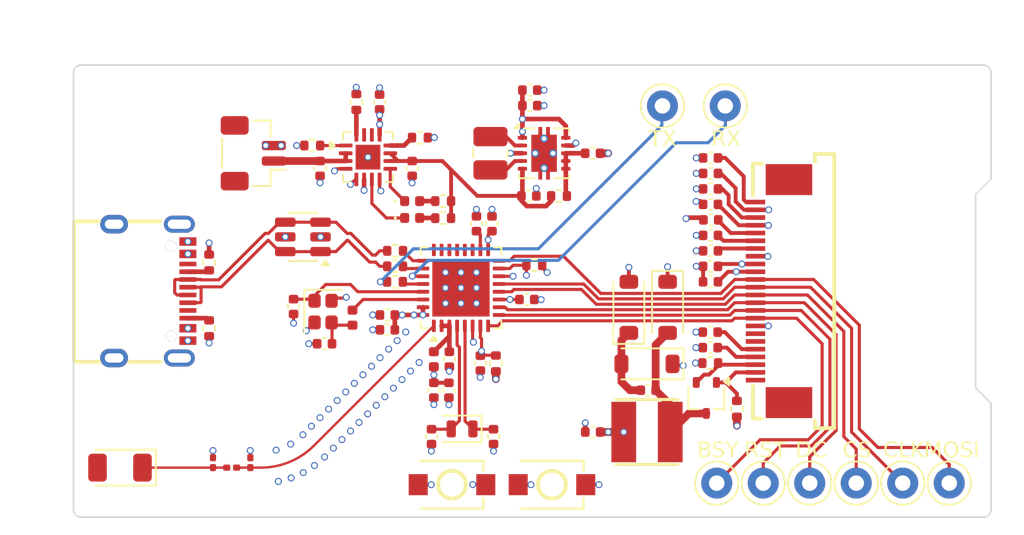
<source format=kicad_pcb>
(kicad_pcb (version 20241229) (generator "pcbnew") (generator_version "9.0")
  (layers (0 "F.Cu" signal) (4 "In1.Cu" signal) (6 "In2.Cu" signal) (2 "B.Cu" signal) (13 "F.Paste" user) (15 "B.Paste" user) (5 "F.SilkS" user "F.Silkscreen") (7 "B.SilkS" user "B.Silkscreen") (1 "F.Mask" user) (3 "B.Mask" user) (25 "Edge.Cuts" user))
  (net 0 "")
  (net 1 "/ANT")
  (net 2 "GND")
  (net 3 "+3V3")
  (net 4 "Net-(C2-Pad1)")
  (net 5 "/VDD_SPI")
  (net 6 "/CHIP_EN")
  (net 7 "Net-(C10-Pad1)")
  (net 8 "/XTAL_N")
  (net 9 "/XTAL32_P")
  (net 10 "/XTAL32_N")
  (net 11 "/LNA_IN")
  (net 12 "Net-(U2-EN)")
  (net 13 "VBUS")
  (net 14 "Net-(J1-Pin_4)")
  (net 15 "Net-(J1-Pin_5)")
  (net 16 "Net-(J1-Pin_18)")
  (net 17 "Net-(J1-Pin_19)")
  (net 18 "Net-(J1-Pin_20)")
  (net 19 "/VGH")
  (net 20 "Net-(J1-Pin_22)")
  (net 21 "/VGL")
  (net 22 "Net-(J1-Pin_24)")
  (net 23 "Net-(D1-A)")
  (net 24 "Net-(D2-K)")
  (net 25 "/RESE")
  (net 31 "/GDR")
  (net 32 "/XTAL_P")
  (net 33 "Net-(U2-L2)")
  (net 34 "Net-(U2-L1)")
  (net 35 "/UART_TX")
  (net 36 "Net-(U1-U0TXD)")
  (net 37 "/BOOT")
  (net 38 "/USB_D+")
  (net 39 "Net-(U1-GPIO19)")
  (net 40 "/USB_D-")
  (net 41 "Net-(U1-GPIO18)")
  (net 42 "Net-(USB1-CC1)")
  (net 43 "Net-(USB1-CC2)")
  (net 46 "/UART_RX")
  (net 53 "/E_SCLK")
  (net 54 "/E_MOSI")
  (net 55 "/E_DC")
  (net 56 "/E_RESET")
  (net 57 "/E_BUSY")
  (net 58 "/E_CS")
  (net 59 "BAT_OUT")
  (net 60 "Net-(J2-Pin_1)")
  (net 61 "Net-(D4-K)")
  (net 62 "Net-(D4-A)")
  (net 63 "Net-(D5-K)")
  (net 64 "Net-(D5-A)")
  (net 65 "Net-(U5-TS)")
  (net 66 "Net-(U5-ISET)")
  (net 67 "Net-(U5-ILIM)")
  (footprint "Resistor_SMD:R_0402_1005Metric" (layer "F.Cu") (at 141.65 47.7125 -90)
    (property "Reference" "R14" (hide yes))
    (property "Value" "1.78K")
  )
  (footprint "TestPoint:TestPoint_Keystone_5000-5004_Miniature" (layer "F.Cu") (at 173.9 72.325)
    (property "Reference" "TP5" (hide yes))
    (property "Value" "TestPoint")
  )
  (footprint "Resistor_SMD:R_0402_1005Metric" (layer "F.Cu") (at 144.15 57.325)
    (property "Reference" "R5" (hide yes))
    (property "Value" "22")
  )
  (footprint "TestPoint:TestPoint_Keystone_5000-5004_Miniature" (layer "F.Cu") (at 179.9 72.325)
    (property "Reference" "TP8" (hide yes))
    (property "Value" "TestPoint")
  )
  (footprint "Package_TO_SOT_SMD:SOT-23-6" (layer "F.Cu") (at 138.2 56.425 180)
    (property "Reference" "U3" (hide yes))
    (property "Value" "USBLC6-2SC6")
  )
  (footprint "Resistor_SMD:R_0402_1005Metric" (layer "F.Cu") (at 153.13 58.255 180)
    (property "Reference" "R3" (hide yes))
    (property "Value" "10K")
  )
  (footprint "TestPoint:TestPoint_Keystone_5000-5004_Miniature" (layer "F.Cu") (at 164.9 72.325)
    (property "Reference" "TP7" (hide yes))
    (property "Value" "TestPoint")
  )
  (footprint "Capacitor_SMD:C_0201_0603Metric" (layer "F.Cu") (at 132.4 71.005 90)
    (property "Reference" "C15" (hide yes))
    (property "Value" "1.2pF")
  )
  (footprint "TestPoint:TestPoint_Keystone_5000-5004_Miniature" (layer "F.Cu") (at 176.9 72.325)
    (property "Reference" "TP6" (hide yes))
    (property "Value" "TestPoint")
  )
  (footprint "Capacitor_SMD:C_0402_1005Metric" (layer "F.Cu") (at 160.48 66.325)
    (property "Reference" "C32" (hide yes))
    (property "Value" "4.7uF")
  )
  (footprint "Capacitor_SMD:C_0402_1005Metric" (layer "F.Cu") (at 164.48 62.575)
    (property "Reference" "C21" (hide yes))
    (property "Value" "1uF")
  )
  (footprint "Diode_SMD:D_SOD-123" (layer "F.Cu") (at 159.23 60.975 90)
    (property "Reference" "D2" (hide yes))
    (property "Value" "MBR0530")
  )
  (footprint "Resistor_SMD:R_0402_1005Metric" (layer "F.Cu") (at 147.25 54.1125 180)
    (property "Reference" "R12" (hide yes))
    (property "Value" "1.5K")
  )
  (footprint "Resistor_SMD:R_0402_1005Metric" (layer "F.Cu") (at 144.14 59.325)
    (property "Reference" "R2" (hide yes))
    (property "Value" "499")
  )
  (footprint "TestPoint:TestPoint_Keystone_5000-5004_Miniature" (layer "F.Cu") (at 170.9 72.325)
    (property "Reference" "TP4" (hide yes))
    (property "Value" "TestPoint")
  )
  (footprint "Capacitor_SMD:C_0402_1005Metric" (layer "F.Cu") (at 150.5 69.325 -90)
    (property "Reference" "C13" (hide yes))
    (property "Value" "10pF")
  )
  (footprint "Resistor_SMD:R_0402_1005Metric" (layer "F.Cu") (at 164.48 64.575)
    (property "Reference" "R11" (hide yes))
    (property "Value" "0.47")
  )
  (footprint "Capacitor_SMD:C_0402_1005Metric" (layer "F.Cu") (at 146.65 66.325 -90)
    (property "Reference" "C4" (hide yes))
    (property "Value" "10uF")
  )
  (footprint "easyeda2kicad:IND-SMD_L4.0-W4.0_FNR40XXS" (layer "F.Cu") (at 160.4 69.025)
    (property "Reference" "L5" (hide yes))
    (property "Value" "10uH")
  )
  (footprint "Capacitor_SMD:C_0402_1005Metric" (layer "F.Cu") (at 145.25 52.005 -90)
    (property "Reference" "C35" (hide yes))
    (property "Value" "10uF")
  )
  (footprint "Capacitor_SMD:C_0402_1005Metric" (layer "F.Cu") (at 164.5 53.325)
    (property "Reference" "C26" (hide yes))
    (property "Value" "1uF")
  )
  (footprint "Capacitor_SMD:C_0402_1005Metric" (layer "F.Cu") (at 146.5 69.325 -90)
    (property "Reference" "C12" (hide yes))
    (property "Value" "10pF")
  )
  (footprint "Capacitor_SMD:C_0402_1005Metric" (layer "F.Cu") (at 147.65 64.325 -90)
    (property "Reference" "C2" (hide yes))
    (property "Value" "1uF")
  )
  (footprint "easyeda2kicad:SW-SMD_L3.9-W3.0-P4.45" (layer "F.Cu") (at 154.27 72.425 180)
    (property "Reference" "SW2" (hide yes))
    (property "Value" "SW_Push")
  )
  (footprint "MountingHole:MountingHole_2.2mm_M2" (layer "F.Cu") (at 179.6 48.325)
    (property "Reference" "H2" (hide yes))
    (property "Value" "MountingHole")
  )
  (footprint "easyeda2kicad:FPC-SMD_24P-P0.50_05B20U24P" (layer "F.Cu") (at 168.48 59.925 90)
    (property "Reference" "J1" (hide yes))
    (property "Value" "Conn_01x26")
  )
  (footprint "TestPoint:TestPoint_Keystone_5000-5004_Miniature" (layer "F.Cu") (at 165.449999 47.965 90)
    (property "Reference" "TP2" (hide yes))
    (property "Value" "TestPoint")
  )
  (footprint "Capacitor_SMD:C_0402_1005Metric" (layer "F.Cu") (at 143.65 62.425 180)
    (property "Reference" "C7" (hide yes))
    (property "Value" "1uF")
  )
  (footprint "Capacitor_SMD:C_0402_1005Metric" (layer "F.Cu") (at 143.65 61.467499 180)
    (property "Reference" "C6" (hide yes))
    (property "Value" "10nF")
  )
  (footprint "Capacitor_SMD:C_0402_1005Metric" (layer "F.Cu") (at 137.6 60.925 -90)
    (property "Reference" "C11" (hide yes))
    (property "Value" "17pF")
  )
  (footprint "Capacitor_SMD:C_0402_1005Metric" (layer "F.Cu") (at 164.52 55.325)
    (property "Reference" "C24" (hide yes))
    (property "Value" "1uF")
  )
  (footprint "Resistor_SMD:R_0402_1005Metric" (layer "F.Cu") (at 150.65 64.595 90)
    (property "Reference" "R1" (hide yes))
    (property "Value" "10K")
  )
  (footprint "Crystal:Crystal_SMD_2012-2Pin_2.0x1.2mm" (layer "F.Cu") (at 148.469999 68.825 180)
    (property "Reference" "Y2" (hide yes))
    (property "Value" "32.768 kHz")
  )
  (footprint "Diode_SMD:D_SOD-123" (layer "F.Cu") (at 161.73 60.975 -90)
    (property "Reference" "D1" (hide yes))
    (property "Value" "MBR0530")
  )
  (footprint "Resistor_SMD:R_0402_1005Metric" (layer "F.Cu") (at 132.15 62.325 90)
    (property "Reference" "R7" (hide yes))
    (property "Value" "5.1k")
  )
  (footprint "Capacitor_SMD:C_0402_1005Metric" (layer "F.Cu") (at 152.8425 47.945)
    (property "Reference" "C19" (hide yes))
    (property "Value" "10uF")
  )
  (footprint "Crystal:Crystal_SMD_2016-4Pin_2.0x1.6mm" (layer "F.Cu") (at 139.5 61.25 -90)
    (property "Reference" "Y1" (hide yes))
    (property "Value" "40Mhz")
  )
  (footprint "Capacitor_SMD:C_0402_1005Metric" (layer "F.Cu") (at 152.780001 53.775)
    (property "Reference" "C17" (hide yes))
    (property "Value" "10uF")
  )
  (footprint "Capacitor_SMD:C_0402_1005Metric" (layer "F.Cu") (at 143.15 47.7125 90)
    (property "Reference" "C33" (hide yes))
    (property "Value" "10uF")
  )
  (footprint "Inductor_SMD:L_0201_0603Metric" (layer "F.Cu") (at 133.605 71.325 180)
    (property "Reference" "L3" (hide yes))
    (property "Value" "2.4nH")
  )
  (footprint "Package_DFN_QFN:QFN-32-1EP_5x5mm_P0.5mm_EP3.7x3.7mm" (layer "F.Cu") (at 148.4 59.7175 90)
    (property "Reference" "U1" (hide yes))
    (property "Value" "ESP32-C3")
  )
  (footprint "Capacitor_SMD:C_0402_1005Metric" (layer "F.Cu") (at 149.65 64.575 -90)
    (property "Reference" "C9" (hide yes))
    (property "Value" "1uF")
  )
  (footprint "Connector_JST:JST_SH_BM02B-SRSS-TB_1x02-1MP_P1.00mm_Vertical" (layer "F.Cu") (at 135 51.025 90)
    (property "Reference" "J2" (hide yes))
    (property "Value" "BAT")
  )
  (footprint "Capacitor_SMD:C_0402_1005Metric" (layer "F.Cu") (at 156.8925 51.025)
    (property "Reference" "C16" (hide yes))
    (property "Value" "100nF")
  )
  (footprint "TestPoint:TestPoint_Keystone_5000-5004_Miniature" (layer "F.Cu") (at 167.9 72.325)
    (property "Reference" "TP3" (hide yes))
    (property "Value" "TestPoint")
  )
  (footprint "Package_DFN_QFN:VQFN-16-1EP_3x3mm_P0.5mm_EP1.6x1.6mm" (layer "F.Cu") (at 142.4 51.275)
    (property "Reference" "U5" (hide yes))
    (property "Value" "BQ24074RGT")
  )
  (footprint "Capacitor_SMD:C_0402_1005Metric" (layer "F.Cu") (at 156.9 69.025 180)
    (property "Reference" "C31" (hide yes))
    (property "Value" "4.7uF")
  )
  (footprint "easyeda2kicad:SW-SMD_L3.9-W3.0-P4.45" (layer "F.Cu") (at 147.82 72.425 180)
    (property "Reference" "SW1" (hide yes))
    (property "Value" "SW_Push")
  )
  (footprint "Resistor_SMD:R_0402_1005Metric" (layer "F.Cu") (at 132.15 58.075 -90)
    (property "Reference" "R6" (hide yes))
    (property "Value" "5.1k")
  )
  (footprint "Capacitor_SMD:C_0402_1005Metric" (layer "F.Cu") (at 164.5 56.325)
    (property "Reference" "C23" (hide yes))
    (property "Value" "1uF")
  )
  (footprint "Diode_SMD:D_SOD-123" (layer "F.Cu") (at 160.4 64.625 180)
    (property "Reference" "D3" (hide yes))
    (property "Value" "MBR0530")
  )
  (footprint "Capacitor_SMD:C_0402_1005Metric" (layer "F.Cu") (at 152.8425 46.945)
    (property "Reference" "C18" (hide yes))
    (property "Value" "10uF")
  )
  (footprint "Resistor_SMD:R_0402_1005Metric" (layer "F.Cu") (at 166.2 67.525 90)
    (property "Reference" "R9" (hide yes))
    (property "Value" "10K")
  )
  (footprint "Capacitor_SMD:C_0402_1005Metric" (layer "F.Cu") (at 164.5 51.325)
    (property "Reference" "C28" (hide yes))
    (property "Value" "1uF")
  )
  (footprint "Resistor_SMD:R_0402_1005Metric" (layer "F.Cu") (at 154.725 53.785 180)
    (property "Reference" "R8" (hide yes))
    (property "Value" "100")
  )
  (footprint "Resistor_SMD:R_0402_1005Metric" (layer "F.Cu") (at 147.25 55.2125 180)
    (property "Reference" "R13" (hide yes))
    (property "Value" "1.5K")
  )
  (footprint "Capacitor_SMD:C_0402_1005Metric" (layer "F.Cu") (at 152.65 60.4675)
    (property "Reference" "C1" (hide yes))
    (property "Value" "100nF")
  )
  (footprint "Capacitor_SMD:C_0402_1005Metric" (layer "F.Cu") (at 139.3075 52.005 -90)
    (property "Reference" "C34" (hide yes))
    (property "Value" "1uF")
  )
  (footprint "Capacitor_SMD:C_0402_1005Metric" (layer "F.Cu") (at 164.5 54.325)
    (property "Reference" "C25" (hide yes))
    (property "Value" "1uF")
  )
  (footprint "easyeda2kicad:USB-C-SMD_TYPE-C-6PIN-2MD-073" (layer "F.Cu") (at 128.4 59.925 -90)
    (property "Reference" "USB1" (hide yes))
    (property "Value" "TYPE-C 16PIN 2MD(073)")
  )
  (footprint "LED_SMD:LED_0402_1005Metric" (layer "F.Cu") (at 145.25 54.1125)
    (property "Reference" "D4" (hide yes))
    (property "Value" "LED")
  )
  (footprint "Inductor_SMD:L_1008_2520Metric" (layer "F.Cu") (at 150.3 51.025 -90)
    (property "Reference" "L4" (hide yes))
    (property "Value" "2.2uH")
  )
  (footprint "Inductor_SMD:L_0402_1005Metric" (layer "F.Cu") (at 146.65 64.325 90)
    (property "Reference" "L1" (hide yes))
    (property "Value" "2.0nH")
  )
  (footprint "Capacitor_SMD:C_0402_1005Metric" (layer "F.Cu") (at 164.48 63.575)
    (property "Reference" "C20" (hide yes))
    (property "Value" "1uF")
  )
  (footprint "Package_SON:Texas_DRC0010J_ThermalVias" (layer "F.Cu") (at 153.7625 51.025)
    (property "Reference" "U2" (hide yes))
    (property "Value" "TPS63001")
  )
  (footprint "RF_Antenna:Johanson_2450AT18x100" (layer "F.Cu") (at 126.4 71.325 180)
    (property "Reference" "AE1" (hide yes))
    (property "Value" "Antenna")
  )
  (footprint "Capacitor_SMD:C_0402_1005Metric" (layer "F.Cu") (at 164.5 52.325)
    (property "Reference" "C27" (hide yes))
    (property "Value" "1uF")
  )
  (footprint "Capacitor_SMD:C_0402_1005Metric" (layer "F.Cu") (at 164.5 59.325 180)
    (property "Reference" "C30" (hide yes))
    (property "Value" "1uF")
  )
  (footprint "Resistor_SMD:R_0402_1005Metric" (layer "F.Cu") (at 145.75 50.0125 180)
    (property "Reference" "R15" (hide yes))
    (property "Value" "3.24K")
  )
  (footprint "Package_TO_SOT_SMD:SOT-323_SC-70" (layer "F.Cu") (at 164.23 66.825 -90)
    (property "Reference" "Q1" (hide yes))
    (property "Value" "Si1304BDL")
  )
  (footprint "Capacitor_SMD:C_0402_1005Metric" (layer "F.Cu") (at 149.4 55.575 90)
    (property "Reference" "C8" (hide yes))
    (property "Value" "1uF")
  )
  (footprint "Capacitor_SMD:C_0402_1005Metric" (layer "F.Cu") (at 164.5 57.325)
    (property "Reference" "C22" (hide yes))
    (property "Value" "1uF")
  )
  (footprint "Inductor_SMD:L_0402_1005Metric" (layer "F.Cu") (at 141.4 61.64 90)
    (property "Reference" "L2" (hide yes))
    (property "Value" "24nH")
  )
  (footprint "Resistor_SMD:R_0402_1005Metric" (layer "F.Cu") (at 144.15 58.325)
    (property "Reference" "R4" (hide yes))
    (property "Value" "22")
  )
  (footprint "Resistor_SMD:R_0402_1005Metric" (layer "F.Cu") (at 138.805 50.525)
    (property "Reference" "R10" (hide yes))
    (property "Value" "10K")
  )
  (footprint "Capacitor_SMD:C_0402_1005Metric" (layer "F.Cu") (at 164.5 58.325)
    (property "Reference" "C29" (hide yes))
    (property "Value" "100nF")
  )
  (footprint "Capacitor_SMD:C_0402_1005Metric" (layer "F.Cu") (at 150.4 55.575 90)
    (property "Reference" "C5" (hide yes))
    (property "Value" "100nF")
  )
  (footprint "LED_SMD:LED_0402_1005Metric" (layer "F.Cu") (at 145.25 55.2025)
    (property "Reference" "D5" (hide yes))
    (property "Value" "LED")
  )
  (footprint "Capacitor_SMD:C_0402_1005Metric" (layer "F.Cu") (at 147.619999 66.325 -90)
    (property "Reference" "C3" (hide yes))
    (property "Value" "100nF")
  )
  (footprint "Capacitor_SMD:C_0201_0603Metric" (layer "F.Cu") (at 134.81 71.005 90)
    (property "Reference" "C14" (hide yes))
    (property "Value" "1.2pF")
  )
  (footprint "Capacitor_SMD:C_0402_1005Metric" (layer "F.Cu") (at 139.6 63.325 180)
    (property "Reference" "C10" (hide yes))
    (property "Value" "17pF")
  )
  (footprint "MountingHole:MountingHole_2.2mm_M2" (layer "F.Cu") (at 126.4 48.325)
    (property "Reference" "H1" (hide yes))
    (property "Value" "MountingHole")
  )
  (footprint "TestPoint:TestPoint_Keystone_5000-5004_Miniature" (layer "F.Cu") (at 161.4 47.965 90)
    (property "Reference" "TP1" (hide yes))
    (property "Value" "TestPoint")
  )
  (gr_line (start 181.6 53.675) (end 181.6 66.175) (stroke (width 0.1)) (layer "Edge.Cuts"))
  (gr_line (start 181.6 53.675) (end 182.6 52.675) (stroke (width 0.1)) (layer "Edge.Cuts"))
  (gr_line (start 123.9 45.325) (end 182.1 45.325) (stroke (width 0.1)) (layer "Edge.Cuts"))
  (gr_line (start 182.6 52.675) (end 182.6 45.825) (stroke (width 0.1)) (layer "Edge.Cuts"))
  (gr_arc (start 123.4 45.825) (mid 123.546447 45.471447) (end 123.9 45.325) (stroke (width 0.1)) (layer "Edge.Cuts"))
  (gr_line (start 123.4 74.025) (end 123.4 45.825) (stroke (width 0.1)) (layer "Edge.Cuts"))
  (gr_arc (start 182.6 74.025) (mid 182.453553 74.378553) (end 182.1 74.525) (stroke (width 0.1)) (layer "Edge.Cuts"))
  (gr_line (start 181.6 66.175) (end 182.6 67.175) (stroke (width 0.1)) (layer "Edge.Cuts"))
  (gr_line (start 182.1 74.525) (end 123.9 74.525) (stroke (width 0.1)) (layer "Edge.Cuts"))
  (gr_arc (start 182.1 45.325) (mid 182.453553 45.471447) (end 182.6 45.825) (stroke (width 0.1)) (layer "Edge.Cuts"))
  (gr_line (start 182.6 74.025) (end 182.6 67.175) (stroke (width 0.1)) (layer "Edge.Cuts"))
  (gr_arc (start 123.9 74.525) (mid 123.546447 74.378553) (end 123.4 74.025) (stroke (width 0.1)) (layer "Edge.Cuts"))
  (gr_text "CLK" (at 175.631403 70.825 0) (layer "F.SilkS") (effects (font (size 1 1) (thickness 0.1)) (justify left bottom)))
  (gr_text "TX" (at 160.505095 50.725 0) (layer "F.SilkS") (effects (font (size 1 1) (thickness 0.1)) (justify left bottom)))
  (gr_text "RST" (at 166.675855 70.825 0) (layer "F.SilkS") (effects (font (size 1 1) (thickness 0.1)) (justify left bottom)))
  (gr_text "MOSI" (at 178.2582 70.825 0) (layer "F.SilkS") (effects (font (size 1 1) (thickness 0.1)) (justify left bottom)))
  (gr_text "RX" (at 164.537508 50.725 0) (layer "F.SilkS") (effects (font (size 1 1) (thickness 0.1)) (justify left bottom)))
  (gr_text "BSY" (at 163.6358 70.825 0) (layer "F.SilkS") (effects (font (size 1 1) (thickness 0.1)) (justify left bottom)))
  (gr_text "DC" (at 169.962596 70.825 0) (layer "F.SilkS") (effects (font (size 1 1) (thickness 0.1)) (justify left bottom)))
  (gr_text "CS" (at 173.01291 70.825 0) (layer "F.SilkS") (effects (font (size 1 1) (thickness 0.1)) (justify left bottom)))
  (segment (start 127.85 71.325) (end 133.285 71.325) (width 0.1565) (layer "F.Cu") (net 1))
  (segment (start 147.619999 66.805) (end 147.62 67.265) (width 0.2) (layer "F.Cu") (net 2))
  (segment (start 143.17 62.425) (end 142.71 62.425) (width 0.3) (layer "F.Cu") (net 2))
  (segment (start 149.65 65.485) (end 149.64 65.495) (width 0.2) (layer "F.Cu") (net 2))
  (segment (start 164 62.575) (end 163.56 62.575) (width 0.2) (layer "F.Cu") (net 2))
  (segment (start 149.4 55.095) (end 149.4 54.645) (width 0.2) (layer "F.Cu") (net 2))
  (segment (start 141.59 52.7125) (end 141.2675 53.035) (width 0.2) (layer "F.Cu") (net 2))
  (segment (start 140.95 60.375) (end 141 60.325) (width 0.2) (layer "F.Cu") (net 2))
  (segment (start 146.67 50.0125) (end 146.6775 50.005) (width 0.2) (layer "F.Cu") (net 2))
  (segment (start 153.13 60.4675) (end 153.5625 60.4675) (width 0.2) (layer "F.Cu") (net 2))
  (segment (start 142.702499 61.467499) (end 142.7 61.465) (width 0.3) (layer "F.Cu") (net 2))
  (segment (start 140.2 60.375) (end 140.95 60.375) (width 0.2) (layer "F.Cu") (net 2))
  (segment (start 157.3725 51.025) (end 157.9 51.025) (width 0.5) (layer "F.Cu") (net 2))
  (segment (start 152.09 72.425) (end 152.91 72.425) (width 0.2) (layer "F.Cu") (net 2))
  (segment (start 141.65 46.7675) (end 141.6475 46.765) (width 0.2) (layer "F.Cu") (net 2))
  (segment (start 163.97 64.575) (end 163.54 64.575) (width 0.2) (layer "F.Cu") (net 2))
  (segment (start 134.81 70.685) (end 134.81 70.235) (width 0.2) (layer "F.Cu") (net 2))
  (segment (start 140.38 52.025) (end 140.24 52.165) (width 0.2) (layer "F.Cu") (net 2))
  (segment (start 156.42 69.025) (end 156.42 68.435) (width 0.3) (layer "F.Cu") (net 2))
  (segment (start 164.02 59.325) (end 164.02 58.325) (width 0.25) (layer "F.Cu") (net 2))
  (segment (start 164.02 56.325) (end 163.58 56.325) (width 0.3) (layer "F.Cu") (net 2))
  (segment (start 146.65 66.805) (end 146.65 67.255) (width 0.2) (layer "F.Cu") (net 2))
  (segment (start 153.260001 53.775) (end 153.260001 53.297501) (width 0.3) (layer "F.Cu") (net 2))
  (segment (start 153.260001 53.297501) (end 153.2575 53.295) (width 0.3) (layer "F.Cu") (net 2))
  (segment (start 153.5625 60.4675) (end 153.57 60.475) (width 0.2) (layer "F.Cu") (net 2))
  (segment (start 132.4 70.685) (end 132.4 70.225) (width 0.2) (layer "F.Cu") (net 2))
  (segment (start 138.95 61.955) (end 138.42 62.485) (width 0.2) (layer "F.Cu") (net 2))
  (segment (start 163.58 57.325) (end 164.02 57.325) (width 0.3) (layer "F.Cu") (net 2))
  (segment (start 132.15 56.815) (end 132.15 57.565001) (width 0.3) (layer "F.Cu") (net 2))
  (segment (start 163.9 55.185) (end 164.04 55.325) (width 0.3) (layer "F.Cu") (net 2))
  (segment (start 143.15 53.3775) (end 143.15 52.7125) (width 0.2) (layer "F.Cu") (net 2))
  (segment (start 166.2 68.034999) (end 166.2 68.625) (width 0.5) (layer "F.Cu") (net 2))
  (segment (start 164 63.575) (end 163.56 63.575) (width 0.2) (layer "F.Cu") (net 2))
  (segment (start 146.259999 50.0125) (end 146.67 50.0125) (width 0.2) (layer "F.Cu") (net 2))
  (segment (start 146.5 69.805) (end 146.5 70.245) (width 0.2) (layer "F.Cu") (net 2))
  (segment (start 149.65 65.055) (end 149.65 65.485) (width 0.2) (layer "F.Cu") (net 2))
  (segment (start 163.58 51.325) (end 164.02 51.325) (width 0.3) (layer "F.Cu") (net 2))
  (segment (start 163.58 58.325) (end 164.02 58.325) (width 0.3) (layer "F.Cu") (net 2))
  (segment (start 137.6 61.405) (end 137.6 61.995) (width 0.2) (layer "F.Cu") (net 2))
  (segment (start 153.3225 47.945) (end 153.7575 47.945) (width 0.2) (layer "F.Cu") (net 2))
  (segment (start 147.65 65.093312) (end 147.65 64.805) (width 0.2) (layer "F.Cu") (net 2))
  (segment (start 132.15 62.834999) (end 132.15 63.275) (width 0.3) (layer "F.Cu") (net 2))
  (segment (start 138.95 61.95) (end 138.95 61.955) (width 0.2) (layer "F.Cu") (net 2))
  (segment (start 143.22875 53.45625) (end 143.15 53.3775) (width 0.2) (layer "F.Cu") (net 2))
  (segment (start 155.6475 50.525) (end 155.8075 50.365) (width 0.3) (layer "F.Cu") (net 2))
  (segment (start 163.58 53.325) (end 164.02 53.325) (width 0.3) (layer "F.Cu") (net 2))
  (segment (start 140.9625 52.025) (end 140.38 52.025) (width 0.2) (layer "F.Cu") (net 2))
  (segment (start 150.4 55.095) (end 150.4 54.645) (width 0.2) (layer "F.Cu") (net 2))
  (segment (start 141.65 47.202501) (end 141.65 46.7675) (width 0.2) (layer "F.Cu") (net 2))
  (segment (start 143.17 61.467499) (end 142.702499 61.467499) (width 0.3) (layer "F.Cu") (net 2))
  (segment (start 143.15 47.2325) (end 143.15 46.7975) (width 0.2) (layer "F.Cu") (net 2))
  (segment (start 145.25 52.485) (end 145.25 52.9325) (width 0.3) (layer "F.Cu") (net 2))
  (segment (start 162.13 64.725) (end 162.72 64.725) (width 0.2) (layer "F.Cu") (net 2))
  (segment (start 147.648312 65.095) (end 147.65 65.093312) (width 0.2) (layer "F.Cu") (net 2))
  (segment (start 143.15 46.7975) (end 143.1475 46.795) (width 0.2) (layer "F.Cu") (net 2))
  (segment (start 162.72 64.725) (end 162.73 64.735) (width 0.2) (layer "F.Cu") (net 2))
  (segment (start 141.65 52.7125) (end 141.59 52.7125) (width 0.2) (layer "F.Cu") (net 2))
  (segment (start 152.3625 51.025) (end 151.8275 51.025) (width 0.3) (layer "F.Cu") (net 2))
  (segment (start 145.64 72.425) (end 146.48 72.425) (width 0.2) (layer "F.Cu") (net 2))
  (segment (start 153.3225 46.945) (end 153.7575 46.945) (width 0.2) (layer "F.Cu") (net 2))
  (segment (start 167.4 62.175) (end 168.23 62.175) (width 0.2) (layer "F.Cu") (net 2))
  (segment (start 163.83 54.135) (end 164.02 54.325) (width 0.3) (layer "F.Cu") (net 2))
  (segment (start 145.25 52.9325) (end 145.2475 52.935) (width 0.3) (layer "F.Cu") (net 2))
  (segment (start 163.54 64.575) (end 163.53 64.565) (width 0.2) (layer "F.Cu") (net 2))
  (segment (start 168.19 57.675) (end 168.2 57.685) (width 0.2) (layer "F.Cu") (net 2))
  (segment (start 139.12 63.325) (end 138.58 63.325) (width 0.2) (layer "F.Cu") (net 2))
  (segment (start 138.295 50.525) (end 137.8 50.525) (width 0.2) (layer "F.Cu") (net 2))
  (segment (start 167.4 57.675) (end 168.19 57.675) (width 0.2) (layer "F.Cu") (net 2))
  (segment (start 162.98 55.185) (end 163.9 55.185) (width 0.3) (layer "F.Cu") (net 2))
  (segment (start 155.1625 50.525) (end 155.6475 50.525) (width 0.3) (layer "F.Cu") (net 2))
  (segment (start 162.92 55.245) (end 162.98 55.185) (width 0.3) (layer "F.Cu") (net 2))
  (segment (start 163.57 54.135) (end 163.83 54.135) (width 0.3) (layer "F.Cu") (net 2))
  (segment (start 163.58 52.325) (end 164.02 52.325) (width 0.3) (layer "F.Cu") (net 2))
  (segment (start 150.5 69.805) (end 150.5 70.255) (width 0.2) (layer "F.Cu") (net 2))
  (segment (start 134.81 70.235) (end 134.8 70.225) (width 0.2) (layer "F.Cu") (net 2))
  (via (at 132.15 56.815) (size 0.45) (drill 0.3) (layers "F.Cu" "B.Cu") (net 2))
  (via (at 163.56 63.575) (size 0.45) (drill 0.3) (layers "F.Cu" "B.Cu") (net 2))
  (via (at 142.4 51.275) (size 0.45) (drill 0.3) (layers "F.Cu" "B.Cu") (net 2))
  (via (at 156.42 68.435) (size 0.45) (drill 0.3) (layers "F.Cu" "B.Cu") (net 2))
  (via (at 163.53 64.565) (size 0.45) (drill 0.3) (layers "F.Cu" "B.Cu") (net 2))
  (via (at 153.7575 47.945) (size 0.45) (drill 0.3) (layers "F.Cu" "B.Cu") (net 2))
  (via (at 162.73 64.735) (size 0.45) (drill 0.3) (layers "F.Cu" "B.Cu") (net 2))
  (via (at 146.6775 50.005) (size 0.45) (drill 0.3) (layers "F.Cu" "B.Cu") (net 2))
  (via (at 136.617194 72.215388) (size 0.45) (drill 0.3) (layers "F.Cu" "B.Cu") (net 2))
  (via (at 139.3075 52.925) (size 0.45) (drill 0.3) (layers "F.Cu" "B.Cu") (net 2))
  (via (at 132.4 70.225) (size 0.45) (drill 0.3) (layers "F.Cu" "B.Cu") (net 2))
  (via (at 137.441323 71.989427) (size 0.45) (drill 0.3) (layers "F.Cu" "B.Cu") (net 2))
  (via (at 153.2575 53.295) (size 0.45) (drill 0.3) (layers "F.Cu" "B.Cu") (net 2))
  (via (at 142.37928 67.852433) (size 0.45) (drill 0.3) (layers "F.Cu" "B.Cu") (net 2))
  (via (at 147.4 60.7175) (size 0.45) (drill 0.3) (layers "F.Cu" "B.Cu") (net 2))
  (via (at 132.15 63.275) (size 0.45) (drill 0.3) (layers "F.Cu" "B.Cu") (net 2))
  (via (at 147.62 67.265) (size 0.45) (drill 0.3) (layers "F.Cu" "B.Cu") (net 2))
  (via (at 139.596255 70.635029) (size 0.45) (drill 0.3) (layers "F.Cu" "B.Cu") (net 2))
  (via (at 141 60.325) (size 0.45) (drill 0.3) (layers "F.Cu" "B.Cu") (net 2))
  (via (at 143.22875 53.45625) (size 0.45) (drill 0.3) (layers "F.Cu" "B.Cu") (net 2))
  (via (at 147.4 59.7175) (size 0.45) (drill 0.3) (layers "F.Cu" "B.Cu") (net 2))
  (via (at 141.6475 46.765) (size 0.45) (drill 0.3) (layers "F.Cu" "B.Cu") (net 2))
  (via (at 138.223543 71.645386) (size 0.45) (drill 0.3) (layers "F.Cu" "B.Cu") (net 2))
  (via (at 137.6 61.995) (size 0.45) (drill 0.3) (layers "F.Cu" "B.Cu") (net 2))
  (via (at 163.57 54.135) (size 0.45) (drill 0.3) (layers "F.Cu" "B.Cu") (net 2))
  (via (at 141.2675 53.035) (size 0.45) (drill 0.3) (layers "F.Cu" "B.Cu") (net 2))
  (via (at 149.4 60.7175) (size 0.45) (drill 0.3) (layers "F.Cu" "B.Cu") (net 2))
  (via (at 153.7575 46.945) (size 0.45) (drill 0.3) (layers "F.Cu" "B.Cu") (net 2))
  (via (at 136.617197 72.215388) (size 0.45) (drill 0.3) (layers "F.Cu" "B.Cu") (net 2))
  (via (at 144.283618 63.119668) (size 0.45) (drill 0.3) (layers "F.Cu" "B.Cu") (net 2))
  (via (at 140.720004 69.511709) (size 0.45) (drill 0.3) (layers "F.Cu" "B.Cu") (net 2))
  (via (at 148.4 60.7175) (size 0.45) (drill 0.3) (layers "F.Cu" "B.Cu") (net 2))
  (via (at 166.2 68.625) (size 0.45) (drill 0.3) (layers "F.Cu" "B.Cu") (net 2))
  (via (at 141.826188 68.405525) (size 0.45) (drill 0.3) (layers "F.Cu" "B.Cu") (net 2))
  (via (at 143.730526 63.67276) (size 0.45) (drill 0.3) (layers "F.Cu" "B.Cu") (net 2))
  (via (at 143.1475 46.795) (size 0.45) (drill 0.3) (layers "F.Cu" "B.Cu") (net 2))
  (via (at 163.56 62.575) (size 0.45) (drill 0.3) (layers "F.Cu" "B.Cu") (net 2))
  (via (at 138.752698 68.650587) (size 0.45) (drill 0.3) (layers "F.Cu" "B.Cu") (net 2))
  (via (at 137.413171 69.806903) (size 0.45) (drill 0.3) (layers "F.Cu" "B.Cu") (net 2))
  (via (at 147.4 58.7175) (size 0.45) (drill 0.3) (layers "F.Cu" "B.Cu") (net 2))
  (via (at 146.49 70.255) (size 0.45) (drill 0.3) (layers "F.Cu" "B.Cu") (net 2))
  (via (at 145.2475 52.935) (size 0.45) (drill 0.3) (layers "F.Cu" "B.Cu") (net 2))
  (via (at 142.7 61.465) (size 0.45) (drill 0.3) (layers "F.Cu" "B.Cu") (net 2))
  (via (at 168.2 57.685) (size 0.45) (drill 0.3) (layers "F.Cu" "B.Cu") (net 2))
  (via (at 150.5 70.255) (size 0.45) (drill 0.3) (layers "F.Cu" "B.Cu") (net 2))
  (via (at 139.858882 67.544403) (size 0.45) (drill 0.3) (layers "F.Cu" "B.Cu") (net 2))
  (via (at 149.4 59.7175) (size 0.45) (drill 0.3) (layers "F.Cu" "B.Cu") (net 2))
  (via (at 138.947038 71.19066) (size 0.45) (drill 0.3) (layers "F.Cu" "B.Cu") (net 2))
  (via (at 146.48 72.425) (size 0.45) (drill 0.3) (layers "F.Cu" "B.Cu") (net 2))
  (via (at 143.485464 66.74625) (size 0.45) (drill 0.3) (layers "F.Cu" "B.Cu") (net 2))
  (via (at 152.91 72.425) (size 0.45) (drill 0.3) (layers "F.Cu" "B.Cu") (net 2))
  (via (at 144.038556 66.193158) (size 0.45) (drill 0.3) (layers "F.Cu" "B.Cu") (net 2))
  (via (at 138.58 63.325) (size 0.45) (drill 0.3) (layers "F.Cu" "B.Cu") (net 2))
  (via (at 137.8 50.525) (size 0.45) (drill 0.3) (layers "F.Cu" "B.Cu") (net 2))
  (via (at 163.58 58.325) (size 0.45) (drill 0.3) (layers "F.Cu" "B.Cu") (net 2))
  (via (at 162.92 55.245) (size 0.45) (drill 0.3) (layers "F.Cu" "B.Cu") (net 2))
  (via (at 142.932372 67.299341) (size 0.45) (drill 0.3) (layers "F.Cu" "B.Cu") (net 2))
  (via (at 147.648312 65.095) (size 0.45) (drill 0.3) (layers "F.Cu" "B.Cu") (net 2))
  (via (at 149.64 65.495) (size 0.45) (drill 0.3) (layers "F.Cu" "B.Cu") (net 2))
  (via (at 149.4 58.7175) (size 0.45) (drill 0.3) (layers "F.Cu" "B.Cu") (net 2))
  (via (at 163.58 57.325) (size 0.45) (drill 0.3) (layers "F.Cu" "B.Cu") (net 2))
  (via (at 135.8 50.525) (size 0.45) (drill 0.3) (layers "F.Cu" "B.Cu") (net 2))
  (via (at 138.199607 69.203679) (size 0.45) (drill 0.3) (layers "F.Cu" "B.Cu") (net 2))
  (via (at 130.78 63.125) (size 0.45) (drill 0.3) (layers "F.Cu" "B.Cu") (net 2))
  (via (at 140.166912 70.064801) (size 0.45) (drill 0.3) (layers "F.Cu" "B.Cu") (net 2))
  (via (at 155.8075 50.365) (size 0.45) (drill 0.3) (layers "F.Cu" "B.Cu") (net 2))
  (via (at 146.65 67.255) (size 0.45) (drill 0.3) (layers "F.Cu" "B.Cu") (net 2))
  (via (at 145.697832 64.533882) (size 0.45) (drill 0.3) (layers "F.Cu" "B.Cu") (net 2))
  (via (at 157.9 51.025) (size 0.45) (drill 0.3) (layers "F.Cu" "B.Cu") (net 2))
  (via (at 142.71 62.425) (size 0.45) (drill 0.3) (layers "F.Cu" "B.Cu") (net 2))
  (via (at 138.42 62.485) (size 0.45) (drill 0.3) (layers "F.Cu" "B.Cu") (net 2))
  (via (at 140.24 52.165) (size 0.45) (drill 0.3) (layers "F.Cu" "B.Cu") (net 2))
  (via (at 163.58 53.325) (size 0.45) (drill 0.3) (layers "F.Cu" "B.Cu") (net 2))
  (via (at 148.4 58.7175) (size 0.45) (drill 0.3) (layers "F.Cu" "B.Cu") (net 2))
  (via (at 153.57 60.475) (size 0.45) (drill 0.3) (layers "F.Cu" "B.Cu") (net 2))
  (via (at 163.58 51.325) (size 0.45) (drill 0.3) (layers "F.Cu" "B.Cu") (net 2))
  (via (at 150.4 54.645) (size 0.45) (drill 0.3) (layers "F.Cu" "B.Cu") (net 2))
  (via (at 134.8 70.225) (size 0.45) (drill 0.3) (layers "F.Cu" "B.Cu") (net 2))
  (via (at 148.4 59.7175) (size 0.45) (drill 0.3) (layers "F.Cu" "B.Cu") (net 2))
  (via (at 151.6 51.025) (size 0.45) (drill 0.3) (layers "F.Cu" "B.Cu") (net 2))
  (via (at 130.78 56.725) (size 0.45) (drill 0.3) (layers "F.Cu" "B.Cu") (net 2))
  (via (at 144.83671 62.566576) (size 0.45) (drill 0.3) (layers "F.Cu" "B.Cu") (net 2))
  (via (at 142.07125 65.332036) (size 0.45) (drill 0.3) (layers "F.Cu" "B.Cu") (net 2))
  (via (at 136.475131 70.195452) (size 0.45) (drill 0.3) (layers "F.Cu" "B.Cu") (net 2))
  (via (at 140.965066 66.438219) (size 0.45) (drill 0.3) (layers "F.Cu" "B.Cu") (net 2))
  (via (at 139.3375 56.425) (size 0.45) (drill 0.3) (layers "F.Cu" "B.Cu") (net 2))
  (via (at 163.58 52.325) (size 0.45) (drill 0.3) (layers "F.Cu" "B.Cu") (net 2))
  (via (at 145.14474 65.086974) (size 0.45) (drill 0.3) (layers "F.Cu" "B.Cu") (net 2))
  (via (at 143.177434 64.225852) (size 0.45) (drill 0.3) (layers "F.Cu" "B.Cu") (net 2))
  (via (at 168.23 62.175) (size 0.45) (drill 0.3) (layers "F.Cu" "B.Cu") (net 2))
  (via (at 140.411974 66.991311) (size 0.45) (drill 0.3) (layers "F.Cu" "B.Cu") (net 2))
  (via (at 149.4 54.645) (size 0.45) (drill 0.3) (layers "F.Cu" "B.Cu") (net 2))
  (via (at 142.624342 64.778944) (size 0.45) (drill 0.3) (layers "F.Cu" "B.Cu") (net 2))
  (via (at 141.273096 68.958617) (size 0.45) (drill 0.3) (layers "F.Cu" "B.Cu") (net 2))
  (via (at 163.58 56.325) (size 0.45) (drill 0.3) (layers "F.Cu" "B.Cu") (net 2))
  (via (at 141.518158 65.885127) (size 0.45) (drill 0.3) (layers "F.Cu" "B.Cu") (net 2))
  (via (at 144.591648 65.640066) (size 0.45) (drill 0.3) (layers "F.Cu" "B.Cu") (net 2))
  (via (at 136.8 50.525) (size 0.45) (drill 0.3) (layers "F.Cu" "B.Cu") (net 2))
  (via (at 139.30579 68.097495) (size 0.45) (drill 0.3) (layers "F.Cu" "B.Cu") (net 2))
  (segment (start 145.36 61.467499) (end 145.95 61.467499) (width 0.3) (layer "F.Cu") (net 3))
  (segment (start 144.13 62.425) (end 144.13 61.467499) (width 0.3) (layer "F.Cu") (net 3))
  (segment (start 144.61 61.467499) (end 145.36 61.467499) (width 0.3) (layer "F.Cu") (net 3))
  (segment (start 153.95 58.725) (end 153.96 58.725) (width 0.2) (layer "F.Cu") (net 3))
  (segment (start 151.56 60.4675) (end 152.17 60.4675) (width 0.2) (layer "F.Cu") (net 3))
  (segment (start 150.850001 58.9675) (end 151.7575 58.9675) (width 0.2) (layer "F.Cu") (net 3))
  (segment (start 153.49 58.265) (end 153.95 58.725) (width 0.2) (layer "F.Cu") (net 3))
  (segment (start 157.9 69.025) (end 158.9 69.025) (width 0.5) (layer "F.Cu") (net 3))
  (segment (start 166.52 58.175) (end 165.13 58.175) (width 0.25) (layer "F.Cu") (net 3))
  (segment (start 152.3625 50.025) (end 152.3625 49.625) (width 0.3) (layer "F.Cu") (net 3))
  (segment (start 150.149999 57.2675) (end 150.149999 56.615) (width 0.2) (layer "F.Cu") (net 3))
  (segment (start 150.149999 56.305001) (end 150.4 56.055) (width 0.2) (layer "F.Cu") (net 3))
  (segment (start 167.4 58.175) (end 166.52 58.175) (width 0.25) (layer "F.Cu") (net 3))
  (segment (start 149.15 63.175) (end 149.2 63.225) (width 0.2) (layer "F.Cu") (net 3))
  (segment (start 165.63 58.675) (end 164.98 59.325) (width 0.25) (layer "F.Cu") (net 3))
  (segment (start 144.13 61.467499) (end 144.61 61.467499) (width 0.3) (layer "F.Cu") (net 3))
  (segment (start 167.4 58.675) (end 166.16 58.675) (width 0.25) (layer "F.Cu") (net 3))
  (segment (start 151.7575 58.9675) (end 151.76 58.965) (width 0.2) (layer "F.Cu") (net 3))
  (segment (start 152.3625 49.105) (end 152.3625 48.815) (width 0.3) (layer "F.Cu") (net 3))
  (segment (start 150.149999 56.615) (end 150.149999 56.305001) (width 0.2) (layer "F.Cu") (net 3))
  (segment (start 152.3625 48.815) (end 154.7175 48.815) (width 0.3) (layer "F.Cu") (net 3))
  (segment (start 152.3625 49.625) (end 152.3625 49.565) (width 0.3) (layer "F.Cu") (net 3))
  (segment (start 147.619999 65.845) (end 146.65 65.845) (width 0.25) (layer "F.Cu") (net 3))
  (segment (start 165.13 58.175) (end 164.98 58.325) (width 0.25) (layer "F.Cu") (net 3))
  (segment (start 157.38 69.025) (end 157.9 69.025) (width 0.5) (layer "F.Cu") (net 3))
  (segment (start 150.850001 60.4675) (end 151.56 60.4675) (width 0.2) (layer "F.Cu") (net 3))
  (segment (start 155.1625 49.26) (end 155.1625 50.025) (width 0.3) (layer "F.Cu") (net 3))
  (segment (start 146.65 64.81) (end 146.65 65.335) (width 0.3) (layer "F.Cu") (net 3))
  (segment (start 152.3625 48.635) (end 152.3625 46.945) (width 0.3) (layer "F.Cu") (net 3))
  (segment (start 154.7175 48.815) (end 155.1625 49.26) (width 0.3) (layer "F.Cu") (net 3))
  (segment (start 166.16 58.675) (end 165.63 58.675) (width 0.25) (layer "F.Cu") (net 3))
  (segment (start 149.15 62.167501) (end 149.15 63.175) (width 0.2) (layer "F.Cu") (net 3))
  (segment (start 150.65 65.104999) (end 150.65 65.615) (width 0.5) (layer "F.Cu") (net 3))
  (segment (start 152.3625 49.565) (end 152.3625 49.105) (width 0.3) (layer "F.Cu") (net 3))
  (segment (start 146.65 65.335) (end 146.65 65.845) (width 0.3) (layer "F.Cu") (net 3))
  (segment (start 152.3625 48.815) (end 152.3625 48.635) (width 0.3) (layer "F.Cu") (net 3))
  (segment (start 145.95 60.9675) (end 145.95 61.467499) (width 0.3) (layer "F.Cu") (net 3))
  (via (at 149.2 63.225) (size 0.45) (drill 0.3) (layers "F.Cu" "B.Cu") (net 3))
  (via (at 151.76 58.965) (size 0.45) (drill 0.3) (layers "F.Cu" "B.Cu") (net 3))
  (via (at 166.16 58.675) (size 0.45) (drill 0.3) (layers "F.Cu" "B.Cu") (net 3))
  (via (at 152.3625 48.815) (size 0.45) (drill 0.3) (layers "F.Cu" "B.Cu") (net 3))
  (via (at 146.65 65.335) (size 0.45) (drill 0.3) (layers "F.Cu" "B.Cu") (net 3))
  (via (at 157.9 69.025) (size 0.45) (drill 0.3) (layers "F.Cu" "B.Cu") (net 3))
  (via (at 144.61 61.467499) (size 0.45) (drill 0.3) (layers "F.Cu" "B.Cu") (net 3))
  (via (at 158.9 69.025) (size 0.45) (drill 0.3) (layers "F.Cu" "B.Cu") (net 3))
  (via (at 150.149999 56.615) (size 0.45) (drill 0.3) (layers "F.Cu" "B.Cu") (net 3))
  (via (at 151.56 60.4675) (size 0.45) (drill 0.3) (layers "F.Cu" "B.Cu") (net 3))
  (via (at 145.36 61.467499) (size 0.45) (drill 0.3) (layers "F.Cu" "B.Cu") (net 3))
  (via (at 150.65 65.615) (size 0.45) (drill 0.3) (layers "F.Cu" "B.Cu") (net 3))
  (via (at 166.52 58.175) (size 0.45) (drill 0.3) (layers "F.Cu" "B.Cu") (net 3))
  (via (at 153.96 58.725) (size 0.45) (drill 0.3) (layers "F.Cu" "B.Cu") (net 3))
  (via (at 152.3625 49.625) (size 0.45) (drill 0.3) (layers "F.Cu" "B.Cu") (net 3))
  (via (at 145.942894 61.460393) (size 0.45) (drill 0.3) (layers "F.Cu" "B.Cu") (net 3))
  (segment (start 150.149999 56.604999) (end 150.149999 56.615) (width 0.3) (layer "B.Cu") (net 3))
  (segment (start 149.184364 63.155) (end 149.18 63.155) (width 0.3) (layer "B.Cu") (net 3))
  (segment (start 146.65 63.84) (end 146.685 63.84) (width 0.3) (layer "F.Cu") (net 4))
  (segment (start 147.65 62.84) (end 146.65 63.84) (width 0.3) (layer "F.Cu") (net 4))
  (segment (start 147.65 62.167501) (end 147.65 62.84) (width 0.3) (layer "F.Cu") (net 4))
  (segment (start 147.65 62.167501) (end 147.65 63.845) (width 0.3) (layer "F.Cu") (net 4))
  (segment (start 147.65 62.167501) (end 147.15 62.1675) (width 0.3) (layer "F.Cu") (net 4))
  (segment (start 149.65 56.305) (end 149.65 57.2675) (width 0.2) (layer "F.Cu") (net 5))
  (segment (start 149.4 56.055) (end 149.65 56.305) (width 0.2) (layer "F.Cu") (net 5))
  (segment (start 150.65 64.065001) (end 150.14 64.065001) (width 0.2) (layer "F.Cu") (net 6))
  (segment (start 149.17 72.425) (end 149.16 72.415) (width 0.2) (layer "F.Cu") (net 6))
  (segment (start 150 72.425) (end 149.17 72.425) (width 0.2) (layer "F.Cu") (net 6))
  (segment (start 149.65 62.1675) (end 149.65 62.931123) (width 0.2) (layer "F.Cu") (net 6))
  (segment (start 149.726 64.019) (end 149.65 64.095) (width 0.2) (layer "F.Cu") (net 6))
  (segment (start 149.726 63.007123) (end 149.726 64.019) (width 0.2) (layer "F.Cu") (net 6))
  (segment (start 149.65 63.876) (end 149.726 63.8) (width 0.2) (layer "F.Cu") (net 6))
  (segment (start 150.14 64.065001) (end 149.679999 64.065001) (width 0.2) (layer "F.Cu") (net 6))
  (segment (start 149.65 62.931123) (end 149.726 63.007123) (width 0.2) (layer "F.Cu") (net 6))
  (segment (start 149.679999 64.065001) (end 149.65 64.095) (width 0.2) (layer "F.Cu") (net 6))
  (segment (start 149.65 64.095) (end 149.65 63.876) (width 0.2) (layer "F.Cu") (net 6))
  (via (at 149.16 72.415) (size 0.45) (drill 0.3) (layers "F.Cu" "B.Cu") (net 6))
  (via (at 149.726 63.8) (size 0.45) (drill 0.3) (layers "F.Cu" "B.Cu") (net 6))
  (segment (start 140.2 62.125) (end 141.6 62.125) (width 0.2) (layer "F.Cu") (net 7))
  (segment (start 140.08 61.98) (end 140.05 61.95) (width 0.2) (layer "F.Cu") (net 7))
  (segment (start 140.08 63.325) (end 140.08 61.98) (width 0.2) (layer "F.Cu") (net 7))
  (segment (start 139.676 59.499) (end 141.274 59.499) (width 0.2) (layer "F.Cu") (net 8))
  (segment (start 138.845 60.445) (end 138.95 60.55) (width 0.2) (layer "F.Cu") (net 8))
  (segment (start 141.7425 59.9675) (end 145.95 59.9675) (width 0.2) (layer "F.Cu") (net 8))
  (segment (start 137.6 60.445) (end 138.845 60.445) (width 0.2) (layer "F.Cu") (net 8))
  (segment (start 141.274 59.499) (end 141.7425 59.9675) (width 0.2) (layer "F.Cu") (net 8))
  (segment (start 138.8 60.375) (end 139.676 59.499) (width 0.2) (layer "F.Cu") (net 8))
  (segment (start 148.301 68.293999) (end 147.769999 68.825) (width 0.2) (layer "F.Cu") (net 9))
  (segment (start 148.15 62.1675) (end 148.15 63.40745) (width 0.2) (layer "F.Cu") (net 9))
  (segment (start 147.749999 68.845) (end 147.769999 68.825) (width 0.2) (layer "F.Cu") (net 9))
  (segment (start 148.15 63.40745) (end 148.301 63.55845) (width 0.2) (layer "F.Cu") (net 9))
  (segment (start 146.5 68.845) (end 147.749999 68.845) (width 0.2) (layer "F.Cu") (net 9))
  (segment (start 148.301 63.55845) (end 148.301 68.293999) (width 0.2) (layer "F.Cu") (net 9))
  (segment (start 149.169999 68.825) (end 148.662 68.317001) (width 0.2) (layer "F.Cu") (net 10))
  (segment (start 148.662 68.317001) (end 148.662 62.1795) (width 0.2) (layer "F.Cu") (net 10))
  (segment (start 150.5 68.845) (end 149.189999 68.845) (width 0.2) (layer "F.Cu") (net 10))
  (segment (start 149.189999 68.845) (end 149.169999 68.825) (width 0.2) (layer "F.Cu") (net 10))
  (segment (start 148.662 62.1795) (end 148.65 62.1675) (width 0.2) (layer "F.Cu") (net 10))
  (segment (start 135.492501 71.325) (end 133.925 71.325) (width 0.1565) (layer "F.Cu") (net 11))
  (segment (start 138.906714 69.910786) (end 146.650001 62.1675) (width 0.1565) (layer "F.Cu") (net 11))
  (arc (start 135.492501 71.325) (mid 137.340259 70.957457) (end 138.906713 69.910785) (width 0.1565) (layer "F.Cu") (net 11))
  (segment (start 155.1625 52.025) (end 155.1625 51.025) (width 0.3) (layer "F.Cu") (net 12))
  (segment (start 155.1625 52.025) (end 155.1625 53.712501) (width 0.3) (layer "F.Cu") (net 12))
  (segment (start 155.1625 51.025) (end 156.4125 51.025) (width 0.3) (layer "F.Cu") (net 12))
  (segment (start 155.1625 53.712501) (end 155.234999 53.785) (width 0.3) (layer "F.Cu") (net 12))
  (segment (start 143.15 49.165) (end 143.15 48.565) (width 0.3) (layer "F.Cu") (net 13))
  (segment (start 142.15 53.4125) (end 142.1475 53.415) (width 0.3) (layer "F.Cu") (net 13))
  (segment (start 142.15 52.7125) (end 142.15 53.4125) (width 0.3) (layer "F.Cu") (net 13))
  (segment (start 143.15 48.565) (end 143.15 48.1925) (width 0.3) (layer "F.Cu") (net 13))
  (segment (start 143.15 49.8375) (end 143.15 49.165) (width 0.3) (layer "F.Cu") (net 13))
  (via (at 137.0625 56.425) (size 0.45) (drill 0.3) (layers "F.Cu" "B.Cu") (net 13))
  (via (at 130.78 57.525) (size 0.45) (drill 0.3) (layers "F.Cu" "B.Cu") (net 13))
  (via (at 143.15 49.165) (size 0.45) (drill 0.3) (layers "F.Cu" "B.Cu") (net 13))
  (via (at 143.15 48.565) (size 0.45) (drill 0.3) (layers "F.Cu" "B.Cu") (net 13))
  (via (at 142.1475 53.415) (size 0.45) (drill 0.3) (layers "F.Cu" "B.Cu") (net 13))
  (via (at 130.78 62.325) (size 0.45) (drill 0.3) (layers "F.Cu" "B.Cu") (net 13))
  (segment (start 167.4 64.175) (end 166.15 64.175) (width 0.25) (layer "F.Cu") (net 14))
  (segment (start 166.15 64.175) (end 165.55 63.575) (width 0.25) (layer "F.Cu") (net 14))
  (segment (start 165.55 63.575) (end 164.96 63.575) (width 0.25) (layer "F.Cu") (net 14))
  (segment (start 167.4 63.675) (end 166.52 63.675) (width 0.25) (layer "F.Cu") (net 15))
  (segment (start 165.42 62.575) (end 164.96 62.575) (width 0.25) (layer "F.Cu") (net 15))
  (segment (start 166.52 63.675) (end 165.42 62.575) (width 0.25) (layer "F.Cu") (net 15))
  (segment (start 167.4 57.175) (end 165.13 57.175) (width 0.25) (layer "F.Cu") (net 16))
  (segment (start 165.13 57.175) (end 164.98 57.325) (width 0.25) (layer "F.Cu") (net 16))
  (segment (start 165.33 56.675) (end 164.98 56.325) (width 0.25) (layer "F.Cu") (net 17))
  (segment (start 167.4 56.675) (end 165.33 56.675) (width 0.25) (layer "F.Cu") (net 17))
  (segment (start 165.802904 56.175) (end 165 55.372096) (width 0.25) (layer "F.Cu") (net 18))
  (segment (start 167.4 56.175) (end 165.802904 56.175) (width 0.25) (layer "F.Cu") (net 18))
  (segment (start 165 55.372096) (end 165 55.325) (width 0.25) (layer "F.Cu") (net 18))
  (segment (start 166.33 55.675) (end 164.98 54.325) (width 0.25) (layer "F.Cu") (net 19))
  (segment (start 168.22 55.675) (end 168.23 55.685) (width 0.25) (layer "F.Cu") (net 19))
  (segment (start 167.4 55.675) (end 168.22 55.675) (width 0.25) (layer "F.Cu") (net 19))
  (segment (start 167.4 55.675) (end 166.33 55.675) (width 0.25) (layer "F.Cu") (net 19))
  (segment (start 161.73 59.325) (end 161.73 58.355) (width 0.25) (layer "F.Cu") (net 19))
  (via (at 168.23 55.685) (size 0.45) (drill 0.3) (layers "F.Cu" "B.Cu") (net 19))
  (via (at 161.73 58.355) (size 0.45) (drill 0.3) (layers "F.Cu" "B.Cu") (net 19))
  (segment (start 165.67 54.325) (end 165.67 53.735) (width 0.25) (layer "F.Cu") (net 20))
  (segment (start 167.4 55.175) (end 166.52 55.175) (width 0.25) (layer "F.Cu") (net 20))
  (segment (start 165.259999 53.325) (end 164.98 53.325) (width 0.25) (layer "F.Cu") (net 20))
  (segment (start 165.67 53.735) (end 165.259999 53.325) (width 0.25) (layer "F.Cu") (net 20))
  (segment (start 166.52 55.175) (end 165.67 54.325) (width 0.25) (layer "F.Cu") (net 20))
  (segment (start 167.4 54.675) (end 168.25 54.675) (width 0.25) (layer "F.Cu") (net 21))
  (segment (start 166.65781 54.675) (end 166.121 54.13819) (width 0.25) (layer "F.Cu") (net 21))
  (segment (start 166.121 54.13819) (end 166.121 53.276) (width 0.25) (layer "F.Cu") (net 21))
  (segment (start 165.17 52.325) (end 164.98 52.325) (width 0.25) (layer "F.Cu") (net 21))
  (segment (start 166.121 53.276) (end 165.17 52.325) (width 0.25) (layer "F.Cu") (net 21))
  (segment (start 159.23 59.325) (end 159.23 58.395) (width 0.25) (layer "F.Cu") (net 21))
  (segment (start 167.4 54.675) (end 166.65781 54.675) (width 0.25) (layer "F.Cu") (net 21))
  (via (at 159.23 58.395) (size 0.45) (drill 0.3) (layers "F.Cu" "B.Cu") (net 21))
  (via (at 168.25 54.675) (size 0.45) (drill 0.3) (layers "F.Cu" "B.Cu") (net 21))
  (segment (start 166.79562 54.175) (end 166.64281 54.02219) (width 0.25) (layer "F.Cu") (net 22))
  (segment (start 166.64281 54.02219) (end 166.64281 52.51781) (width 0.25) (layer "F.Cu") (net 22))
  (segment (start 167.4 54.175) (end 166.79562 54.175) (width 0.25) (layer "F.Cu") (net 22))
  (segment (start 166.64281 52.51781) (end 165.45 51.325) (width 0.25) (layer "F.Cu") (net 22))
  (segment (start 165.45 51.325) (end 164.98 51.325) (width 0.25) (layer "F.Cu") (net 22))
  (segment (start 164.23 67.825) (end 163.1 67.825) (width 0.5) (layer "F.Cu") (net 23))
  (segment (start 163.1 67.825) (end 161.9 69.025) (width 0.5) (layer "F.Cu") (net 23))
  (segment (start 161.9 67.265) (end 160.96 66.325) (width 0.5) (layer "F.Cu") (net 23))
  (segment (start 161.9 69.025) (end 161.9 67.265) (width 0.5) (layer "F.Cu") (net 23))
  (segment (start 161.73 62.625) (end 160.96 63.395) (width 0.5) (layer "F.Cu") (net 23))
  (segment (start 160.96 63.395) (end 160.96 66.325) (width 0.5) (layer "F.Cu") (net 23))
  (segment (start 159.3 66.325) (end 158.75 65.775) (width 0.5) (layer "F.Cu") (net 24))
  (segment (start 158.75 63.105) (end 159.23 62.625) (width 0.5) (layer "F.Cu") (net 24))
  (segment (start 158.75 64.625) (end 158.75 63.105) (width 0.5) (layer "F.Cu") (net 24))
  (segment (start 158.75 65.775) (end 158.75 64.625) (width 0.5) (layer "F.Cu") (net 24))
  (segment (start 160 66.325) (end 159.3 66.325) (width 0.5) (layer "F.Cu") (net 24))
  (segment (start 164.09 65.315) (end 164.41 65.315) (width 0.25) (layer "F.Cu") (net 25))
  (segment (start 163.58 65.825) (end 164.09 65.315) (width 0.25) (layer "F.Cu") (net 25))
  (segment (start 165.09 64.675) (end 167.4 64.675) (width 0.25) (layer "F.Cu") (net 25))
  (segment (start 164.41 65.315) (end 164.99 64.735) (width 0.25) (layer "F.Cu") (net 25))
  (segment (start 164.99 64.575) (end 165.09 64.675) (width 0.25) (layer "F.Cu") (net 25))
  (segment (start 164.99 64.735) (end 164.99 64.575) (width 0.25) (layer "F.Cu") (net 25))
  (segment (start 166.2 66.545) (end 166.2 67.015001) (width 0.25) (layer "F.Cu") (net 31))
  (segment (start 165.48 65.825) (end 164.88 65.825) (width 0.25) (layer "F.Cu") (net 31))
  (segment (start 165.48 65.825) (end 166.2 66.545) (width 0.25) (layer "F.Cu") (net 31))
  (segment (start 167.4 65.175) (end 166.13 65.175) (width 0.25) (layer "F.Cu") (net 31))
  (segment (start 166.13 65.175) (end 165.48 65.825) (width 0.25) (layer "F.Cu") (net 31))
  (segment (start 141.4 61.155) (end 142.0875 60.4675) (width 0.2) (layer "F.Cu") (net 32))
  (segment (start 142.0875 60.4675) (end 145.949999 60.4675) (width 0.2) (layer "F.Cu") (net 32))
  (segment (start 151.304232 49.95) (end 150.3 49.95) (width 0.25) (layer "F.Cu") (net 33))
  (segment (start 152.3625 50.525) (end 151.879232 50.525) (width 0.25) (layer "F.Cu") (net 33))
  (segment (start 151.879232 50.525) (end 151.304232 49.95) (width 0.25) (layer "F.Cu") (net 33))
  (segment (start 151.879232 51.525) (end 151.304232 52.1) (width 0.25) (layer "F.Cu") (net 34))
  (segment (start 152.3625 51.525) (end 151.879232 51.525) (width 0.25) (layer "F.Cu") (net 34))
  (segment (start 151.304232 52.1) (end 150.3 52.1) (width 0.25) (layer "F.Cu") (net 34))
  (segment (start 161.359999 48.005001) (end 161.4 47.965) (width 0.2) (layer "F.Cu") (net 35))
  (segment (start 143.63 59.325) (end 143.2 59.325) (width 0.2) (layer "F.Cu") (net 35))
  (via (at 143.2 59.325) (size 0.45) (drill 0.3) (layers "F.Cu" "B.Cu") (net 35))
  (segment (start 161.359999 49.225) (end 161.359999 48.005001) (width 0.2) (layer "B.Cu") (net 35))
  (segment (start 153.389999 57.195) (end 145.33 57.195) (width 0.2) (layer "B.Cu") (net 35))
  (segment (start 145.33 57.195) (end 143.2 59.325) (width 0.2) (layer "B.Cu") (net 35))
  (segment (start 161.359999 49.225) (end 153.389999 57.195) (width 0.2) (layer "B.Cu") (net 35))
  (segment (start 161.359999 48.005001) (end 161.4 47.965) (width 0.2) (layer "B.Cu") (net 35))
  (segment (start 144.7925 59.4675) (end 144.65 59.325) (width 0.2) (layer "F.Cu") (net 36))
  (segment (start 145.95 59.4675) (end 144.7925 59.4675) (width 0.2) (layer "F.Cu") (net 36))
  (segment (start 152.62 58.905) (end 152.620001 58.255) (width 0.2) (layer "F.Cu") (net 37))
  (segment (start 156.45 72.425) (end 157.3 72.425) (width 0.2) (layer "F.Cu") (net 37))
  (segment (start 151.761479 58.255) (end 151.548979 58.4675) (width 0.2) (layer "F.Cu") (net 37))
  (segment (start 152.620001 58.255) (end 151.761479 58.255) (width 0.2) (layer "F.Cu") (net 37))
  (segment (start 151.548979 58.4675) (end 150.85 58.4675) (width 0.2) (layer "F.Cu") (net 37))
  (via (at 152.62 58.905) (size 0.45) (drill 0.3) (layers "F.Cu" "B.Cu") (net 37))
  (via (at 157.3 72.425) (size 0.45) (drill 0.3) (layers "F.Cu" "B.Cu") (net 37))
  (segment (start 137.0625 57.374999) (end 139.3375 57.374999) (width 0.2) (layer "F.Cu") (net 38))
  (segment (start 131.605001 59.675) (end 131.630001 59.65) (width 0.2) (layer "F.Cu") (net 38))
  (segment (start 136.7 57.374999) (end 137.0625 57.374999) (width 0.2) (layer "F.Cu") (net 38))
  (segment (start 132.947121 59.65) (end 135.947121 56.65) (width 0.2) (layer "F.Cu") (net 38))
  (segment (start 131.631 59.724) (end 131.582 59.675) (width 0.2) (layer "F.Cu") (net 38))
  (segment (start 139.3375 57.374999) (end 140.331251 57.374999) (width 0.2) (layer "F.Cu") (net 38))
  (segment (start 142.506802 58.05) (end 142.885 58.05) (width 0.2) (layer "F.Cu") (net 38))
  (segment (start 140.331251 57.374999) (end 141.05625 56.65) (width 0.2) (layer "F.Cu") (net 38))
  (segment (start 135.975001 56.65) (end 136.7 57.374999) (width 0.2) (layer "F.Cu") (net 38))
  (segment (start 141.106802 56.65) (end 142.506802 58.05) (width 0.2) (layer "F.Cu") (net 38))
  (segment (start 141.05625 56.65) (end 141.106802 56.65) (width 0.2) (layer "F.Cu") (net 38))
  (segment (start 130.78 59.675) (end 131.605001 59.675) (width 0.2) (layer "F.Cu") (net 38))
  (segment (start 131.631 60.626) (end 131.631 59.724) (width 0.2) (layer "F.Cu") (net 38))
  (segment (start 131.630001 59.65) (end 132.947121 59.65) (width 0.2) (layer "F.Cu") (net 38))
  (segment (start 131.582 60.675) (end 131.631 60.626) (width 0.2) (layer "F.Cu") (net 38))
  (segment (start 131.582 59.675) (end 130.78 59.675) (width 0.2) (layer "F.Cu") (net 38))
  (segment (start 135.947121 56.65) (end 135.975001 56.65) (width 0.2) (layer "F.Cu") (net 38))
  (segment (start 130.78 60.675) (end 131.582 60.675) (width 0.2) (layer "F.Cu") (net 38))
  (segment (start 142.885 58.05) (end 143.16 58.325) (width 0.2) (layer "F.Cu") (net 38))
  (segment (start 143.16 58.325) (end 143.640001 58.325) (width 0.2) (layer "F.Cu") (net 38))
  (segment (start 144.802499 58.4675) (end 144.659999 58.325) (width 0.2) (layer "F.Cu") (net 39))
  (segment (start 145.95 58.4675) (end 144.802499 58.4675) (width 0.2) (layer "F.Cu") (net 39))
  (segment (start 139.3375 55.475001) (end 140.331251 55.475001) (width 0.2) (layer "F.Cu") (net 40))
  (segment (start 141.05625 56.2) (end 141.293198 56.2) (width 0.2) (layer "F.Cu") (net 40))
  (segment (start 137.0625 55.475001) (end 139.3375 55.475001) (width 0.2) (layer "F.Cu") (net 40))
  (segment (start 142.693198 57.6) (end 142.885 57.6) (width 0.2) (layer "F.Cu") (net 40))
  (segment (start 140.331251 55.475001) (end 141.05625 56.2) (width 0.2) (layer "F.Cu") (net 40))
  (segment (start 130.78 59.175) (end 131.605001 59.175) (width 0.2) (layer "F.Cu") (net 40))
  (segment (start 129.929 60.026) (end 129.929 59.224) (width 0.2) (layer "F.Cu") (net 40))
  (segment (start 135.760725 56.2) (end 135.975001 56.2) (width 0.2) (layer "F.Cu") (net 40))
  (segment (start 129.929 59.224) (end 129.978 59.175) (width 0.2) (layer "F.Cu") (net 40))
  (segment (start 132.760725 59.2) (end 135.760725 56.2) (width 0.2) (layer "F.Cu") (net 40))
  (segment (start 141.293198 56.2) (end 142.693198 57.6) (width 0.2) (layer "F.Cu") (net 40))
  (segment (start 131.605001 59.175) (end 131.630001 59.2) (width 0.2) (layer "F.Cu") (net 40))
  (segment (start 136.7 55.475001) (end 137.0625 55.475001) (width 0.2) (layer "F.Cu") (net 40))
  (segment (start 130.78 60.175) (end 130.078 60.175) (width 0.2) (layer "F.Cu") (net 40))
  (segment (start 129.978 59.175) (end 130.78 59.175) (width 0.2) (layer "F.Cu") (net 40))
  (segment (start 143.16 57.325) (end 143.640001 57.325) (width 0.2) (layer "F.Cu") (net 40))
  (segment (start 142.885 57.6) (end 143.16 57.325) (width 0.2) (layer "F.Cu") (net 40))
  (segment (start 131.630001 59.2) (end 132.760725 59.2) (width 0.2) (layer "F.Cu") (net 40))
  (segment (start 135.975001 56.2) (end 136.7 55.475001) (width 0.2) (layer "F.Cu") (net 40))
  (segment (start 130.078 60.175) (end 129.929 60.026) (width 0.2) (layer "F.Cu") (net 40))
  (segment (start 145.95 57.967501) (end 145.3025 57.967501) (width 0.2) (layer "F.Cu") (net 41))
  (segment (start 145.3025 57.967501) (end 144.659999 57.325) (width 0.2) (layer "F.Cu") (net 41))
  (segment (start 132.059999 58.675) (end 132.15 58.584999) (width 0.3) (layer "F.Cu") (net 42))
  (segment (start 130.780001 58.675) (end 132.059999 58.675) (width 0.3) (layer "F.Cu") (net 42))
  (segment (start 132.009999 61.675) (end 132.15 61.815001) (width 0.3) (layer "F.Cu") (net 43))
  (segment (start 130.78 61.675) (end 132.009999 61.675) (width 0.3) (layer "F.Cu") (net 43))
  (segment (start 145.949999 58.9675) (end 145.2725 58.9675) (width 0.2) (layer "F.Cu") (net 46))
  (segment (start 145.2725 58.9675) (end 145.26 58.955) (width 0.2) (layer "F.Cu") (net 46))
  (via (at 145.26 58.955) (size 0.45) (drill 0.3) (layers "F.Cu" "B.Cu") (net 46))
  (segment (start 165.459999 47.975) (end 165.449999 47.965) (width 0.2) (layer "B.Cu") (net 46))
  (segment (start 146.276 57.939) (end 154.686 57.939) (width 0.2) (layer "B.Cu") (net 46))
  (segment (start 165.459999 49.225) (end 165.459999 47.975) (width 0.2) (layer "B.Cu") (net 46))
  (segment (start 164.339999 50.345) (end 165.459999 49.225) (width 0.2) (layer "B.Cu") (net 46))
  (segment (start 162.28 50.345) (end 164.339999 50.345) (width 0.2) (layer "B.Cu") (net 46))
  (segment (start 145.26 58.955) (end 146.276 57.939) (width 0.2) (layer "B.Cu") (net 46))
  (segment (start 154.686 57.939) (end 162.28 50.345) (width 0.2) (layer "B.Cu") (net 46))
  (segment (start 170.95 59.675) (end 167.4 59.675) (width 0.2) (layer "F.Cu") (net 53))
  (segment (start 166.063938 59.675) (end 165.311938 60.427) (width 0.2) (layer "F.Cu") (net 53))
  (segment (start 157.275612 60.427) (end 156.316112 59.4675) (width 0.2) (layer "F.Cu") (net 53))
  (segment (start 165.311938 60.427) (end 157.275612 60.427) (width 0.2) (layer "F.Cu") (net 53))
  (segment (start 156.316112 59.4675) (end 150.85 59.4675) (width 0.2) (layer "F.Cu") (net 53))
  (segment (start 176.9 72.325) (end 173.6 69.025) (width 0.2) (layer "F.Cu") (net 53))
  (segment (start 173.6 62.325) (end 170.95 59.675) (width 0.2) (layer "F.Cu") (net 53))
  (segment (start 173.6 69.025) (end 173.6 62.325) (width 0.2) (layer "F.Cu") (net 53))
  (segment (start 167.4 59.675) (end 166.063938 59.675) (width 0.2) (layer "F.Cu") (net 53))
  (segment (start 178.8 70.025) (end 179.9 71.125) (width 0.2) (layer "F.Cu") (net 54))
  (segment (start 167.4 59.175) (end 171.15 59.175) (width 0.2) (layer "F.Cu") (net 54))
  (segment (start 157.421 60.076) (end 165.16655 60.076) (width 0.2) (layer "F.Cu") (net 54))
  (segment (start 151.831948 57.674) (end 155.019 57.674) (width 0.2) (layer "F.Cu") (net 54))
  (segment (start 174.1 62.125) (end 174.1 68.825) (width 0.2) (layer "F.Cu") (net 54))
  (segment (start 166.06755 59.175) (end 167.4 59.175) (width 0.2) (layer "F.Cu") (net 54))
  (segment (start 150.85 57.967501) (end 151.538446 57.967501) (width 0.2) (layer "F.Cu") (net 54))
  (segment (start 155.019 57.674) (end 157.421 60.076) (width 0.2) (layer "F.Cu") (net 54))
  (segment (start 174.1 68.825) (end 175.3 70.025) (width 0.2) (layer "F.Cu") (net 54))
  (segment (start 165.16655 60.076) (end 166.06755 59.175) (width 0.2) (layer "F.Cu") (net 54))
  (segment (start 179.9 71.125) (end 179.9 72.325) (width 0.2) (layer "F.Cu") (net 54))
  (segment (start 175.3 70.025) (end 178.8 70.025) (width 0.2) (layer "F.Cu") (net 54))
  (segment (start 171.15 59.175) (end 174.1 62.125) (width 0.2) (layer "F.Cu") (net 54))
  (segment (start 151.538446 57.967501) (end 151.831948 57.674) (width 0.2) (layer "F.Cu") (net 54))
  (segment (start 172.6 68.925) (end 172.6 62.725) (width 0.2) (layer "F.Cu") (net 55))
  (segment (start 151.411499 61.129) (end 151.249999 60.9675) (width 0.2) (layer "F.Cu") (net 55))
  (segment (start 167.4 60.675) (end 166.056716 60.675) (width 0.2) (layer "F.Cu") (net 55))
  (segment (start 165.602717 61.129) (end 151.411499 61.129) (width 0.2) (layer "F.Cu") (net 55))
  (segment (start 170.9 70.625) (end 172.6 68.925) (width 0.2) (layer "F.Cu") (net 55))
  (segment (start 151.249999 60.9675) (end 150.85 60.9675) (width 0.2) (layer "F.Cu") (net 55))
  (segment (start 170.55 60.675) (end 167.4 60.675) (width 0.2) (layer "F.Cu") (net 55))
  (segment (start 166.056716 60.675) (end 165.602717 61.129) (width 0.2) (layer "F.Cu") (net 55))
  (segment (start 170.9 72.325) (end 170.9 70.625) (width 0.2) (layer "F.Cu") (net 55))
  (segment (start 172.6 62.725) (end 170.55 60.675) (width 0.2) (layer "F.Cu") (net 55))
  (segment (start 172.2 68.725) (end 171 69.925) (width 0.2) (layer "F.Cu") (net 56))
  (segment (start 167.9 71.025) (end 167.9 72.325) (width 0.2) (layer "F.Cu") (net 56))
  (segment (start 170.35 61.175) (end 172.2 63.025) (width 0.2) (layer "F.Cu") (net 56))
  (segment (start 167.4 61.175) (end 166.053106 61.175) (width 0.2) (layer "F.Cu") (net 56))
  (segment (start 169 69.925) (end 167.9 71.025) (width 0.2) (layer "F.Cu") (net 56))
  (segment (start 165.748106 61.48) (end 150.862501 61.48) (width 0.2) (layer "F.Cu") (net 56))
  (segment (start 166.053106 61.175) (end 165.748106 61.48) (width 0.2) (layer "F.Cu") (net 56))
  (segment (start 172.2 63.025) (end 172.2 68.725) (width 0.2) (layer "F.Cu") (net 56))
  (segment (start 150.862501 61.48) (end 150.85 61.467499) (width 0.2) (layer "F.Cu") (net 56))
  (segment (start 171 69.925) (end 169 69.925) (width 0.2) (layer "F.Cu") (net 56))
  (segment (start 167.4 61.175) (end 170.35 61.175) (width 0.2) (layer "F.Cu") (net 56))
  (segment (start 164.9 72.325) (end 167.7 69.525) (width 0.2) (layer "F.Cu") (net 57))
  (segment (start 165.880996 61.843499) (end 151.091501 61.843499) (width 0.2) (layer "F.Cu") (net 57))
  (segment (start 170.8 69.525) (end 171.7 68.625) (width 0.2) (layer "F.Cu") (net 57))
  (segment (start 150.7675 62.1675) (end 150.149999 62.1675) (width 0.2) (layer "F.Cu") (net 57))
  (segment (start 171.7 63.325) (end 170.05 61.675) (width 0.2) (layer "F.Cu") (net 57))
  (segment (start 171.7 68.625) (end 171.7 63.325) (width 0.2) (layer "F.Cu") (net 57))
  (segment (start 167.7 69.525) (end 170.8 69.525) (width 0.2) (layer "F.Cu") (net 57))
  (segment (start 167.4 61.675) (end 166.049495 61.675) (width 0.2) (layer "F.Cu") (net 57))
  (segment (start 170.05 61.675) (end 167.4 61.675) (width 0.2) (layer "F.Cu") (net 57))
  (segment (start 151.091501 61.843499) (end 150.7675 62.1675) (width 0.2) (layer "F.Cu") (net 57))
  (segment (start 166.049495 61.675) (end 165.880996 61.843499) (width 0.2) (layer "F.Cu") (net 57))
  (segment (start 167.4 60.175) (end 170.75 60.175) (width 0.2) (layer "F.Cu") (net 58))
  (segment (start 170.75 60.175) (end 173.1 62.525) (width 0.2) (layer "F.Cu") (net 58))
  (segment (start 173.1 69.325) (end 173.9 70.125) (width 0.2) (layer "F.Cu") (net 58))
  (segment (start 151.8165 59.8185) (end 151.6675 59.9675) (width 0.2) (layer "F.Cu") (net 58))
  (segment (start 167.4 60.175) (end 166.060327 60.175) (width 0.2) (layer "F.Cu") (net 58))
  (segment (start 151.6675 59.9675) (end 150.85 59.9675) (width 0.2) (layer "F.Cu") (net 58))
  (segment (start 173.9 70.125) (end 173.9 72.325) (width 0.2) (layer "F.Cu") (net 58))
  (segment (start 166.060327 60.175) (end 165.457326 60.778) (width 0.2) (layer "F.Cu") (net 58))
  (segment (start 165.457326 60.778) (end 157.130223 60.778) (width 0.2) (layer "F.Cu") (net 58))
  (segment (start 173.1 62.525) (end 173.1 69.325) (width 0.2) (layer "F.Cu") (net 58))
  (segment (start 156.170724 59.8185) (end 151.8165 59.8185) (width 0.2) (layer "F.Cu") (net 58))
  (segment (start 157.130223 60.778) (end 156.170724 59.8185) (width 0.2) (layer "F.Cu") (net 58))
  (segment (start 154.215001 54.107499) (end 154.215001 53.785) (width 0.3) (layer "F.Cu") (net 59))
  (segment (start 147.759999 52.084999) (end 147.2 51.525) (width 0.25) (layer "F.Cu") (net 59))
  (segment (start 149.45 53.775) (end 152.300001 53.775) (width 0.25) (layer "F.Cu") (net 59))
  (segment (start 152.300001 54.084999) (end 152.651002 54.436) (width 0.3) (layer "F.Cu") (net 59))
  (segment (start 147.759999 52.084999) (end 149.45 53.775) (width 0.25) (layer "F.Cu") (net 59))
  (segment (start 152.3625 52.025) (end 152.3625 53.712501) (width 0.3) (layer "F.Cu") (net 59))
  (segment (start 144.3375 51.525) (end 145.25 51.525) (width 0.25) (layer "F.Cu") (net 59))
  (segment (start 147.759999 55.2125) (end 147.759999 52.084999) (width 0.25) (layer "F.Cu") (net 59))
  (segment (start 153.8865 54.436) (end 154.215001 54.107499) (width 0.3) (layer "F.Cu") (net 59))
  (segment (start 143.8375 51.025) (end 144.3375 51.525) (width 0.25) (layer "F.Cu") (net 59))
  (segment (start 152.3625 53.712501) (end 152.300001 53.775) (width 0.3) (layer "F.Cu") (net 59))
  (segment (start 152.651002 54.436) (end 153.8865 54.436) (width 0.3) (layer "F.Cu") (net 59))
  (segment (start 143.8375 51.525) (end 144.3375 51.525) (width 0.25) (layer "F.Cu") (net 59))
  (segment (start 145.25 51.525) (end 147.2 51.525) (width 0.25) (layer "F.Cu") (net 59))
  (segment (start 152.300001 53.775) (end 152.300001 54.084999) (width 0.3) (layer "F.Cu") (net 59))
  (segment (start 136.1125 51.525) (end 139.3075 51.525) (width 0.5) (layer "F.Cu") (net 60))
  (segment (start 140.9625 51.525) (end 139.3075 51.525) (width 0.3) (layer "F.Cu") (net 60))
  (segment (start 140.9625 51.025) (end 140.9625 51.525) (width 0.3) (layer "F.Cu") (net 60))
  (segment (start 144.765 54.1125) (end 143.8375 53.185) (width 0.2) (layer "F.Cu") (net 61))
  (segment (start 143.8375 53.185) (end 143.8375 52.025) (width 0.2) (layer "F.Cu") (net 61))
  (segment (start 145.735 54.1125) (end 146.740001 54.1125) (width 0.3) (layer "F.Cu") (net 62))
  (segment (start 143.59 55.205) (end 143.5925 55.2025) (width 0.2) (layer "F.Cu") (net 63))
  (segment (start 142.65 52.7125) (end 142.65 54.265) (width 0.2) (layer "F.Cu") (net 63))
  (segment (start 143.5925 55.2025) (end 144.765 55.2025) (width 0.2) (layer "F.Cu") (net 63))
  (segment (start 142.65 54.265) (end 143.59 55.205) (width 0.2) (layer "F.Cu") (net 63))
  (segment (start 145.735 55.2025) (end 146.730001 55.2025) (width 0.3) (layer "F.Cu") (net 64))
  (segment (start 146.730001 55.2025) (end 146.740001 55.2125) (width 0.3) (layer "F.Cu") (net 64))
  (segment (start 139.315 50.525) (end 140.9625 50.525) (width 0.2) (layer "F.Cu") (net 65))
  (segment (start 141.65 49.8375) (end 141.65 48.222499) (width 0.3) (layer "F.Cu") (net 66))
  (segment (start 144.727501 50.525) (end 145.240001 50.0125) (width 0.3) (layer "F.Cu") (net 67))
  (segment (start 143.8375 50.525) (end 144.727501 50.525) (width 0.3) (layer "F.Cu") (net 67))
)
</source>
